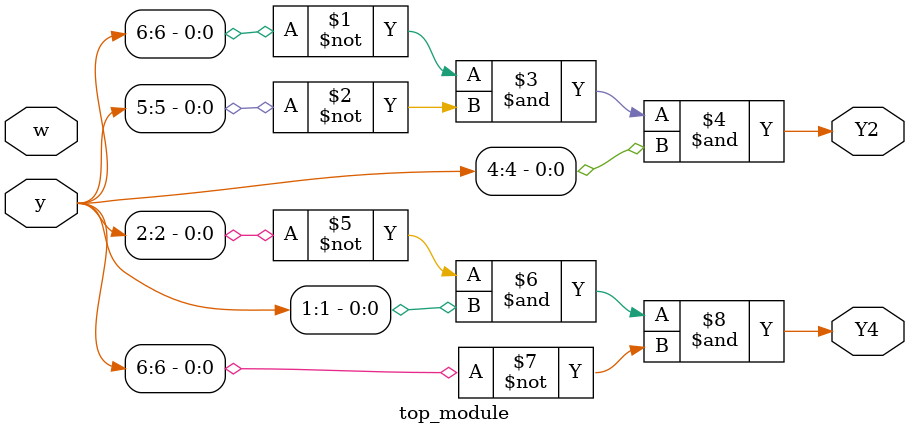
<source format=sv>
module top_module (
	input [6:1] y,
	input w,
	output Y2,
	output Y4
);

	assign Y2 = (~y[6] & ~y[5] & y[4]);    // Y2 = not y[6] and not y[5] and y[4]
	assign Y4 = (~y[2] & y[1] & ~y[6]);    // Y4 = not y[2] and y[1] and not y[6]

endmodule

</source>
